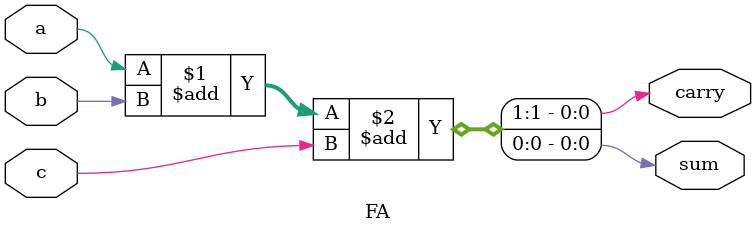
<source format=v>
module FA(a,b,c,sum,carry);
input a,b,c;
output sum,carry;
assign {carry,sum} = a+b+c;
endmodule




</source>
